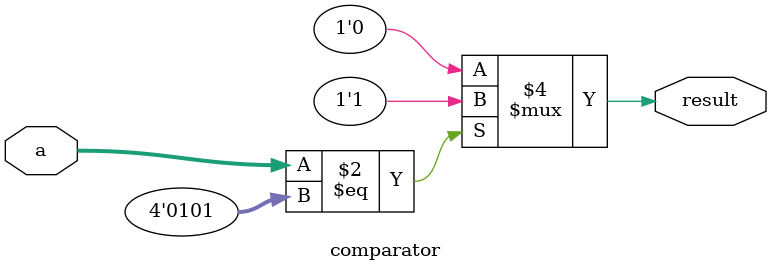
<source format=v>
`timescale 1ns / 1ps
module comparator (
    input [3:0] a,       // 4-bit input
    output reg result    // Output: 1 if a == 9, else 0
);
    always @(a) begin
        if (a == 4'b0101) // 4'b1001 is the binary representation of 9
            result = 1;
        else
            result = 0;
    end
endmodule


</source>
